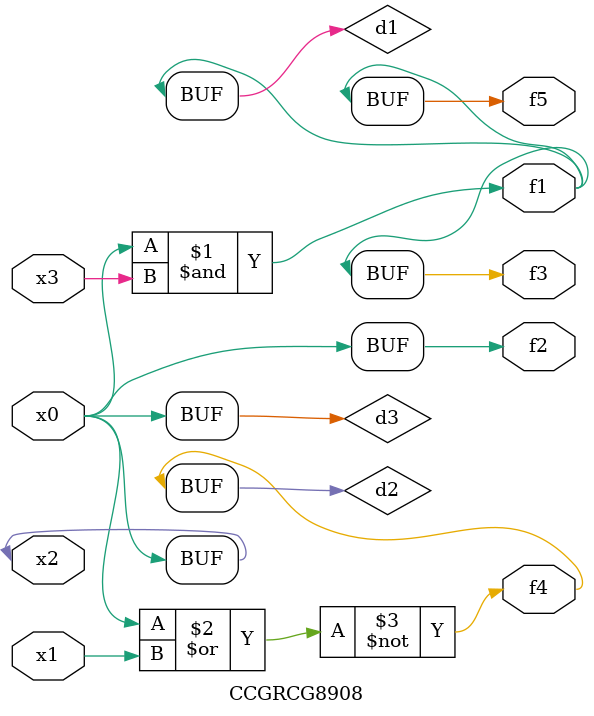
<source format=v>
module CCGRCG8908(
	input x0, x1, x2, x3,
	output f1, f2, f3, f4, f5
);

	wire d1, d2, d3;

	and (d1, x2, x3);
	nor (d2, x0, x1);
	buf (d3, x0, x2);
	assign f1 = d1;
	assign f2 = d3;
	assign f3 = d1;
	assign f4 = d2;
	assign f5 = d1;
endmodule

</source>
